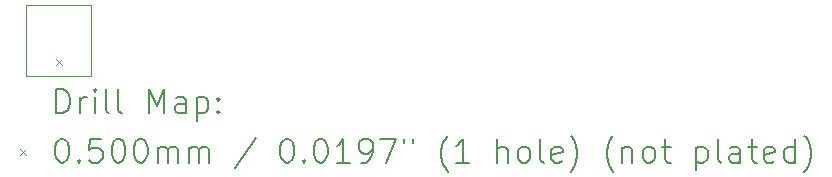
<source format=gbr>
%TF.GenerationSoftware,KiCad,Pcbnew,6.0.9-8da3e8f707~116~ubuntu22.04.1*%
%TF.CreationDate,2022-12-05T15:05:31-05:00*%
%TF.ProjectId,microphone,6d696372-6f70-4686-9f6e-652e6b696361,rev?*%
%TF.SameCoordinates,Original*%
%TF.FileFunction,Drillmap*%
%TF.FilePolarity,Positive*%
%FSLAX45Y45*%
G04 Gerber Fmt 4.5, Leading zero omitted, Abs format (unit mm)*
G04 Created by KiCad (PCBNEW 6.0.9-8da3e8f707~116~ubuntu22.04.1) date 2022-12-05 15:05:31*
%MOMM*%
%LPD*%
G01*
G04 APERTURE LIST*
%ADD10C,0.050000*%
%ADD11C,0.200000*%
G04 APERTURE END LIST*
D10*
X14810000Y-9745000D02*
X14810000Y-9140000D01*
X15360000Y-9745000D02*
X14810000Y-9745000D01*
X15360000Y-9140000D02*
X15360000Y-9745000D01*
X14810000Y-9140000D02*
X15360000Y-9140000D01*
D11*
D10*
X15060000Y-9605000D02*
X15110000Y-9655000D01*
X15110000Y-9605000D02*
X15060000Y-9655000D01*
D11*
X15065119Y-10057976D02*
X15065119Y-9857976D01*
X15112738Y-9857976D01*
X15141309Y-9867500D01*
X15160357Y-9886548D01*
X15169881Y-9905595D01*
X15179405Y-9943690D01*
X15179405Y-9972262D01*
X15169881Y-10010357D01*
X15160357Y-10029405D01*
X15141309Y-10048452D01*
X15112738Y-10057976D01*
X15065119Y-10057976D01*
X15265119Y-10057976D02*
X15265119Y-9924643D01*
X15265119Y-9962738D02*
X15274643Y-9943690D01*
X15284167Y-9934167D01*
X15303214Y-9924643D01*
X15322262Y-9924643D01*
X15388928Y-10057976D02*
X15388928Y-9924643D01*
X15388928Y-9857976D02*
X15379405Y-9867500D01*
X15388928Y-9877024D01*
X15398452Y-9867500D01*
X15388928Y-9857976D01*
X15388928Y-9877024D01*
X15512738Y-10057976D02*
X15493690Y-10048452D01*
X15484167Y-10029405D01*
X15484167Y-9857976D01*
X15617500Y-10057976D02*
X15598452Y-10048452D01*
X15588928Y-10029405D01*
X15588928Y-9857976D01*
X15846071Y-10057976D02*
X15846071Y-9857976D01*
X15912738Y-10000833D01*
X15979405Y-9857976D01*
X15979405Y-10057976D01*
X16160357Y-10057976D02*
X16160357Y-9953214D01*
X16150833Y-9934167D01*
X16131786Y-9924643D01*
X16093690Y-9924643D01*
X16074643Y-9934167D01*
X16160357Y-10048452D02*
X16141309Y-10057976D01*
X16093690Y-10057976D01*
X16074643Y-10048452D01*
X16065119Y-10029405D01*
X16065119Y-10010357D01*
X16074643Y-9991310D01*
X16093690Y-9981786D01*
X16141309Y-9981786D01*
X16160357Y-9972262D01*
X16255595Y-9924643D02*
X16255595Y-10124643D01*
X16255595Y-9934167D02*
X16274643Y-9924643D01*
X16312738Y-9924643D01*
X16331786Y-9934167D01*
X16341309Y-9943690D01*
X16350833Y-9962738D01*
X16350833Y-10019881D01*
X16341309Y-10038929D01*
X16331786Y-10048452D01*
X16312738Y-10057976D01*
X16274643Y-10057976D01*
X16255595Y-10048452D01*
X16436548Y-10038929D02*
X16446071Y-10048452D01*
X16436548Y-10057976D01*
X16427024Y-10048452D01*
X16436548Y-10038929D01*
X16436548Y-10057976D01*
X16436548Y-9934167D02*
X16446071Y-9943690D01*
X16436548Y-9953214D01*
X16427024Y-9943690D01*
X16436548Y-9934167D01*
X16436548Y-9953214D01*
D10*
X14757500Y-10362500D02*
X14807500Y-10412500D01*
X14807500Y-10362500D02*
X14757500Y-10412500D01*
D11*
X15103214Y-10277976D02*
X15122262Y-10277976D01*
X15141309Y-10287500D01*
X15150833Y-10297024D01*
X15160357Y-10316071D01*
X15169881Y-10354167D01*
X15169881Y-10401786D01*
X15160357Y-10439881D01*
X15150833Y-10458929D01*
X15141309Y-10468452D01*
X15122262Y-10477976D01*
X15103214Y-10477976D01*
X15084167Y-10468452D01*
X15074643Y-10458929D01*
X15065119Y-10439881D01*
X15055595Y-10401786D01*
X15055595Y-10354167D01*
X15065119Y-10316071D01*
X15074643Y-10297024D01*
X15084167Y-10287500D01*
X15103214Y-10277976D01*
X15255595Y-10458929D02*
X15265119Y-10468452D01*
X15255595Y-10477976D01*
X15246071Y-10468452D01*
X15255595Y-10458929D01*
X15255595Y-10477976D01*
X15446071Y-10277976D02*
X15350833Y-10277976D01*
X15341309Y-10373214D01*
X15350833Y-10363690D01*
X15369881Y-10354167D01*
X15417500Y-10354167D01*
X15436548Y-10363690D01*
X15446071Y-10373214D01*
X15455595Y-10392262D01*
X15455595Y-10439881D01*
X15446071Y-10458929D01*
X15436548Y-10468452D01*
X15417500Y-10477976D01*
X15369881Y-10477976D01*
X15350833Y-10468452D01*
X15341309Y-10458929D01*
X15579405Y-10277976D02*
X15598452Y-10277976D01*
X15617500Y-10287500D01*
X15627024Y-10297024D01*
X15636548Y-10316071D01*
X15646071Y-10354167D01*
X15646071Y-10401786D01*
X15636548Y-10439881D01*
X15627024Y-10458929D01*
X15617500Y-10468452D01*
X15598452Y-10477976D01*
X15579405Y-10477976D01*
X15560357Y-10468452D01*
X15550833Y-10458929D01*
X15541309Y-10439881D01*
X15531786Y-10401786D01*
X15531786Y-10354167D01*
X15541309Y-10316071D01*
X15550833Y-10297024D01*
X15560357Y-10287500D01*
X15579405Y-10277976D01*
X15769881Y-10277976D02*
X15788928Y-10277976D01*
X15807976Y-10287500D01*
X15817500Y-10297024D01*
X15827024Y-10316071D01*
X15836548Y-10354167D01*
X15836548Y-10401786D01*
X15827024Y-10439881D01*
X15817500Y-10458929D01*
X15807976Y-10468452D01*
X15788928Y-10477976D01*
X15769881Y-10477976D01*
X15750833Y-10468452D01*
X15741309Y-10458929D01*
X15731786Y-10439881D01*
X15722262Y-10401786D01*
X15722262Y-10354167D01*
X15731786Y-10316071D01*
X15741309Y-10297024D01*
X15750833Y-10287500D01*
X15769881Y-10277976D01*
X15922262Y-10477976D02*
X15922262Y-10344643D01*
X15922262Y-10363690D02*
X15931786Y-10354167D01*
X15950833Y-10344643D01*
X15979405Y-10344643D01*
X15998452Y-10354167D01*
X16007976Y-10373214D01*
X16007976Y-10477976D01*
X16007976Y-10373214D02*
X16017500Y-10354167D01*
X16036548Y-10344643D01*
X16065119Y-10344643D01*
X16084167Y-10354167D01*
X16093690Y-10373214D01*
X16093690Y-10477976D01*
X16188928Y-10477976D02*
X16188928Y-10344643D01*
X16188928Y-10363690D02*
X16198452Y-10354167D01*
X16217500Y-10344643D01*
X16246071Y-10344643D01*
X16265119Y-10354167D01*
X16274643Y-10373214D01*
X16274643Y-10477976D01*
X16274643Y-10373214D02*
X16284167Y-10354167D01*
X16303214Y-10344643D01*
X16331786Y-10344643D01*
X16350833Y-10354167D01*
X16360357Y-10373214D01*
X16360357Y-10477976D01*
X16750833Y-10268452D02*
X16579405Y-10525595D01*
X17007976Y-10277976D02*
X17027024Y-10277976D01*
X17046071Y-10287500D01*
X17055595Y-10297024D01*
X17065119Y-10316071D01*
X17074643Y-10354167D01*
X17074643Y-10401786D01*
X17065119Y-10439881D01*
X17055595Y-10458929D01*
X17046071Y-10468452D01*
X17027024Y-10477976D01*
X17007976Y-10477976D01*
X16988929Y-10468452D01*
X16979405Y-10458929D01*
X16969881Y-10439881D01*
X16960357Y-10401786D01*
X16960357Y-10354167D01*
X16969881Y-10316071D01*
X16979405Y-10297024D01*
X16988929Y-10287500D01*
X17007976Y-10277976D01*
X17160357Y-10458929D02*
X17169881Y-10468452D01*
X17160357Y-10477976D01*
X17150833Y-10468452D01*
X17160357Y-10458929D01*
X17160357Y-10477976D01*
X17293690Y-10277976D02*
X17312738Y-10277976D01*
X17331786Y-10287500D01*
X17341310Y-10297024D01*
X17350833Y-10316071D01*
X17360357Y-10354167D01*
X17360357Y-10401786D01*
X17350833Y-10439881D01*
X17341310Y-10458929D01*
X17331786Y-10468452D01*
X17312738Y-10477976D01*
X17293690Y-10477976D01*
X17274643Y-10468452D01*
X17265119Y-10458929D01*
X17255595Y-10439881D01*
X17246071Y-10401786D01*
X17246071Y-10354167D01*
X17255595Y-10316071D01*
X17265119Y-10297024D01*
X17274643Y-10287500D01*
X17293690Y-10277976D01*
X17550833Y-10477976D02*
X17436548Y-10477976D01*
X17493690Y-10477976D02*
X17493690Y-10277976D01*
X17474643Y-10306548D01*
X17455595Y-10325595D01*
X17436548Y-10335119D01*
X17646071Y-10477976D02*
X17684167Y-10477976D01*
X17703214Y-10468452D01*
X17712738Y-10458929D01*
X17731786Y-10430357D01*
X17741310Y-10392262D01*
X17741310Y-10316071D01*
X17731786Y-10297024D01*
X17722262Y-10287500D01*
X17703214Y-10277976D01*
X17665119Y-10277976D01*
X17646071Y-10287500D01*
X17636548Y-10297024D01*
X17627024Y-10316071D01*
X17627024Y-10363690D01*
X17636548Y-10382738D01*
X17646071Y-10392262D01*
X17665119Y-10401786D01*
X17703214Y-10401786D01*
X17722262Y-10392262D01*
X17731786Y-10382738D01*
X17741310Y-10363690D01*
X17807976Y-10277976D02*
X17941310Y-10277976D01*
X17855595Y-10477976D01*
X18007976Y-10277976D02*
X18007976Y-10316071D01*
X18084167Y-10277976D02*
X18084167Y-10316071D01*
X18379405Y-10554167D02*
X18369881Y-10544643D01*
X18350833Y-10516071D01*
X18341310Y-10497024D01*
X18331786Y-10468452D01*
X18322262Y-10420833D01*
X18322262Y-10382738D01*
X18331786Y-10335119D01*
X18341310Y-10306548D01*
X18350833Y-10287500D01*
X18369881Y-10258929D01*
X18379405Y-10249405D01*
X18560357Y-10477976D02*
X18446071Y-10477976D01*
X18503214Y-10477976D02*
X18503214Y-10277976D01*
X18484167Y-10306548D01*
X18465119Y-10325595D01*
X18446071Y-10335119D01*
X18798452Y-10477976D02*
X18798452Y-10277976D01*
X18884167Y-10477976D02*
X18884167Y-10373214D01*
X18874643Y-10354167D01*
X18855595Y-10344643D01*
X18827024Y-10344643D01*
X18807976Y-10354167D01*
X18798452Y-10363690D01*
X19007976Y-10477976D02*
X18988929Y-10468452D01*
X18979405Y-10458929D01*
X18969881Y-10439881D01*
X18969881Y-10382738D01*
X18979405Y-10363690D01*
X18988929Y-10354167D01*
X19007976Y-10344643D01*
X19036548Y-10344643D01*
X19055595Y-10354167D01*
X19065119Y-10363690D01*
X19074643Y-10382738D01*
X19074643Y-10439881D01*
X19065119Y-10458929D01*
X19055595Y-10468452D01*
X19036548Y-10477976D01*
X19007976Y-10477976D01*
X19188929Y-10477976D02*
X19169881Y-10468452D01*
X19160357Y-10449405D01*
X19160357Y-10277976D01*
X19341310Y-10468452D02*
X19322262Y-10477976D01*
X19284167Y-10477976D01*
X19265119Y-10468452D01*
X19255595Y-10449405D01*
X19255595Y-10373214D01*
X19265119Y-10354167D01*
X19284167Y-10344643D01*
X19322262Y-10344643D01*
X19341310Y-10354167D01*
X19350833Y-10373214D01*
X19350833Y-10392262D01*
X19255595Y-10411310D01*
X19417500Y-10554167D02*
X19427024Y-10544643D01*
X19446071Y-10516071D01*
X19455595Y-10497024D01*
X19465119Y-10468452D01*
X19474643Y-10420833D01*
X19474643Y-10382738D01*
X19465119Y-10335119D01*
X19455595Y-10306548D01*
X19446071Y-10287500D01*
X19427024Y-10258929D01*
X19417500Y-10249405D01*
X19779405Y-10554167D02*
X19769881Y-10544643D01*
X19750833Y-10516071D01*
X19741310Y-10497024D01*
X19731786Y-10468452D01*
X19722262Y-10420833D01*
X19722262Y-10382738D01*
X19731786Y-10335119D01*
X19741310Y-10306548D01*
X19750833Y-10287500D01*
X19769881Y-10258929D01*
X19779405Y-10249405D01*
X19855595Y-10344643D02*
X19855595Y-10477976D01*
X19855595Y-10363690D02*
X19865119Y-10354167D01*
X19884167Y-10344643D01*
X19912738Y-10344643D01*
X19931786Y-10354167D01*
X19941310Y-10373214D01*
X19941310Y-10477976D01*
X20065119Y-10477976D02*
X20046071Y-10468452D01*
X20036548Y-10458929D01*
X20027024Y-10439881D01*
X20027024Y-10382738D01*
X20036548Y-10363690D01*
X20046071Y-10354167D01*
X20065119Y-10344643D01*
X20093690Y-10344643D01*
X20112738Y-10354167D01*
X20122262Y-10363690D01*
X20131786Y-10382738D01*
X20131786Y-10439881D01*
X20122262Y-10458929D01*
X20112738Y-10468452D01*
X20093690Y-10477976D01*
X20065119Y-10477976D01*
X20188929Y-10344643D02*
X20265119Y-10344643D01*
X20217500Y-10277976D02*
X20217500Y-10449405D01*
X20227024Y-10468452D01*
X20246071Y-10477976D01*
X20265119Y-10477976D01*
X20484167Y-10344643D02*
X20484167Y-10544643D01*
X20484167Y-10354167D02*
X20503214Y-10344643D01*
X20541310Y-10344643D01*
X20560357Y-10354167D01*
X20569881Y-10363690D01*
X20579405Y-10382738D01*
X20579405Y-10439881D01*
X20569881Y-10458929D01*
X20560357Y-10468452D01*
X20541310Y-10477976D01*
X20503214Y-10477976D01*
X20484167Y-10468452D01*
X20693690Y-10477976D02*
X20674643Y-10468452D01*
X20665119Y-10449405D01*
X20665119Y-10277976D01*
X20855595Y-10477976D02*
X20855595Y-10373214D01*
X20846071Y-10354167D01*
X20827024Y-10344643D01*
X20788929Y-10344643D01*
X20769881Y-10354167D01*
X20855595Y-10468452D02*
X20836548Y-10477976D01*
X20788929Y-10477976D01*
X20769881Y-10468452D01*
X20760357Y-10449405D01*
X20760357Y-10430357D01*
X20769881Y-10411310D01*
X20788929Y-10401786D01*
X20836548Y-10401786D01*
X20855595Y-10392262D01*
X20922262Y-10344643D02*
X20998452Y-10344643D01*
X20950833Y-10277976D02*
X20950833Y-10449405D01*
X20960357Y-10468452D01*
X20979405Y-10477976D01*
X20998452Y-10477976D01*
X21141310Y-10468452D02*
X21122262Y-10477976D01*
X21084167Y-10477976D01*
X21065119Y-10468452D01*
X21055595Y-10449405D01*
X21055595Y-10373214D01*
X21065119Y-10354167D01*
X21084167Y-10344643D01*
X21122262Y-10344643D01*
X21141310Y-10354167D01*
X21150833Y-10373214D01*
X21150833Y-10392262D01*
X21055595Y-10411310D01*
X21322262Y-10477976D02*
X21322262Y-10277976D01*
X21322262Y-10468452D02*
X21303214Y-10477976D01*
X21265119Y-10477976D01*
X21246071Y-10468452D01*
X21236548Y-10458929D01*
X21227024Y-10439881D01*
X21227024Y-10382738D01*
X21236548Y-10363690D01*
X21246071Y-10354167D01*
X21265119Y-10344643D01*
X21303214Y-10344643D01*
X21322262Y-10354167D01*
X21398452Y-10554167D02*
X21407976Y-10544643D01*
X21427024Y-10516071D01*
X21436548Y-10497024D01*
X21446071Y-10468452D01*
X21455595Y-10420833D01*
X21455595Y-10382738D01*
X21446071Y-10335119D01*
X21436548Y-10306548D01*
X21427024Y-10287500D01*
X21407976Y-10258929D01*
X21398452Y-10249405D01*
M02*

</source>
